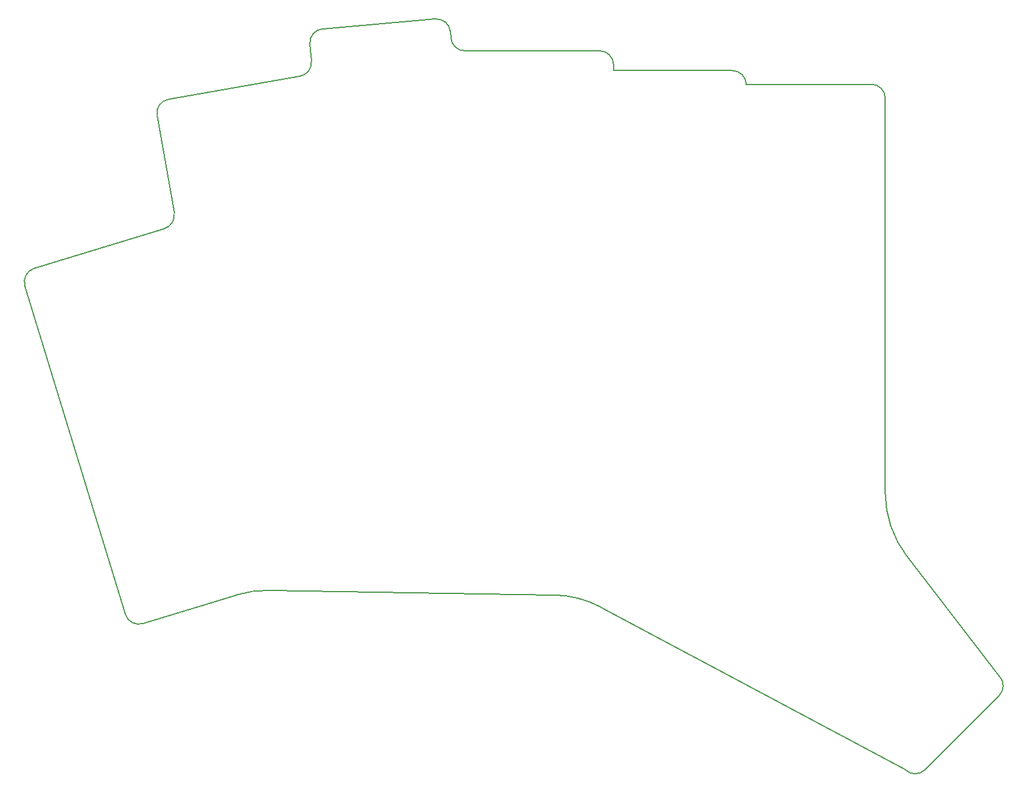
<source format=gbr>
%TF.GenerationSoftware,KiCad,Pcbnew,8.0.0*%
%TF.CreationDate,2024-06-08T15:13:20+02:00*%
%TF.ProjectId,goos-right,676f6f73-2d72-4696-9768-742e6b696361,rev?*%
%TF.SameCoordinates,Original*%
%TF.FileFunction,Profile,NP*%
%FSLAX46Y46*%
G04 Gerber Fmt 4.6, Leading zero omitted, Abs format (unit mm)*
G04 Created by KiCad (PCBNEW 8.0.0) date 2024-06-08 15:13:20*
%MOMM*%
%LPD*%
G01*
G04 APERTURE LIST*
%TA.AperFunction,Profile*%
%ADD10C,0.150000*%
%TD*%
G04 APERTURE END LIST*
D10*
X181642059Y-21582041D02*
G75*
G02*
X183808781Y-23400118I174441J-1992259D01*
G01*
X122877922Y-59814445D02*
G75*
G02*
X124205793Y-57317111I1912578J584745D01*
G01*
X198591975Y-104098309D02*
X157818546Y-103433567D01*
X244080668Y-30934466D02*
G75*
G02*
X246080734Y-32934466I-68J-2000134D01*
G01*
X153188454Y-104087002D02*
G75*
G02*
X157818546Y-103433568I4385646J-14345098D01*
G01*
X224180668Y-28984466D02*
G75*
G02*
X226180106Y-30934464I-68J-2000134D01*
G01*
X139759962Y-108192505D02*
X153188454Y-104087002D01*
X183808760Y-23400120D02*
X183889715Y-24325444D01*
X185882105Y-26151134D02*
G75*
G02*
X183889762Y-24325440I-105J1999834D01*
G01*
X207180668Y-28984466D02*
X224180668Y-28984466D01*
X165503705Y-22993965D02*
X181642059Y-21582042D01*
X139759961Y-108192504D02*
G75*
G02*
X137262535Y-106864661I-584861J1912504D01*
G01*
X163902672Y-27641495D02*
G75*
G02*
X162257579Y-29785426I-1992272J-174405D01*
G01*
X262391191Y-115694847D02*
G75*
G02*
X262391232Y-118523312I-1413991J-1414253D01*
G01*
X144246353Y-49353567D02*
G75*
G02*
X142861469Y-51613429I-1969653J-347233D01*
G01*
X251784591Y-129129874D02*
X262391192Y-118523272D01*
X141790408Y-35425190D02*
G75*
G02*
X143412730Y-33108304I1969592J347290D01*
G01*
X163685627Y-25160665D02*
G75*
G02*
X165503703Y-22993939I1992473J174265D01*
G01*
X141790406Y-35425190D02*
X144246355Y-49353567D01*
X185882105Y-26151133D02*
X205180668Y-26151133D01*
X249198168Y-98570493D02*
X262391192Y-115694845D01*
X244080668Y-30934466D02*
X226180043Y-30934466D01*
X198591975Y-104098310D02*
G75*
G02*
X205416280Y-105866342I-244375J-14997590D01*
G01*
X163902671Y-27641495D02*
X163685627Y-25160666D01*
X207180668Y-28151133D02*
X207180668Y-28984466D01*
X251784590Y-129129873D02*
G75*
G02*
X248956164Y-129129873I-1414213J1414212D01*
G01*
X122877921Y-59814444D02*
X137262609Y-106864638D01*
X248956163Y-129129874D02*
X205416273Y-105866355D01*
X143412725Y-33108278D02*
X162257578Y-29785422D01*
X205180668Y-26151133D02*
G75*
G02*
X207180667Y-28151133I-68J-2000067D01*
G01*
X124205787Y-57317092D02*
X142861483Y-51613473D01*
X249198169Y-98570493D02*
G75*
G02*
X246080665Y-89415922I11883131J9154793D01*
G01*
X246080668Y-89415922D02*
X246080668Y-32934466D01*
M02*

</source>
